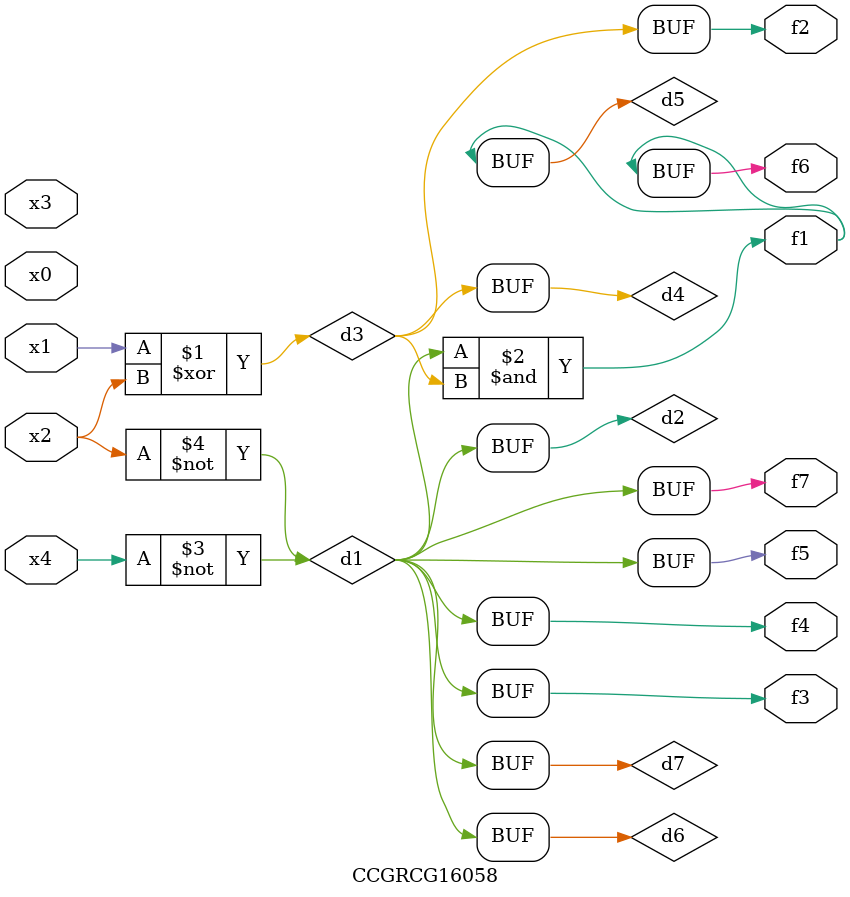
<source format=v>
module CCGRCG16058(
	input x0, x1, x2, x3, x4,
	output f1, f2, f3, f4, f5, f6, f7
);

	wire d1, d2, d3, d4, d5, d6, d7;

	not (d1, x4);
	not (d2, x2);
	xor (d3, x1, x2);
	buf (d4, d3);
	and (d5, d1, d3);
	buf (d6, d1, d2);
	buf (d7, d2);
	assign f1 = d5;
	assign f2 = d4;
	assign f3 = d7;
	assign f4 = d7;
	assign f5 = d7;
	assign f6 = d5;
	assign f7 = d7;
endmodule

</source>
